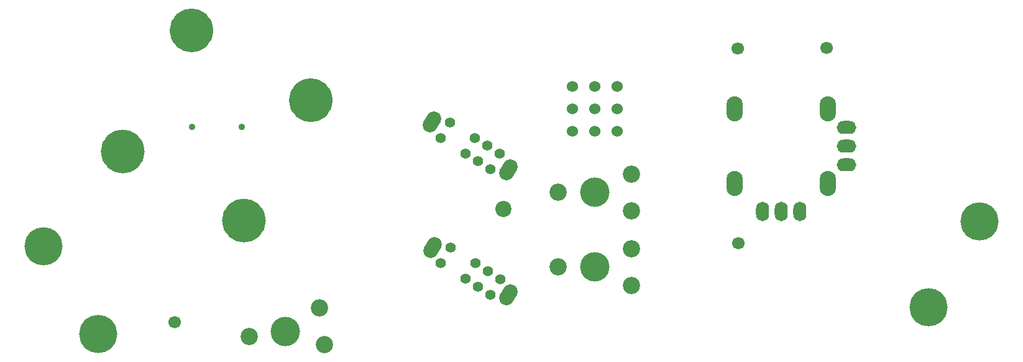
<source format=gbr>
%TF.GenerationSoftware,KiCad,Pcbnew,(6.99.0-2899-g66b8ecb467)*%
%TF.CreationDate,2022-08-21T04:15:40+02:00*%
%TF.ProjectId,Vectrex Pad miniNeoGeo-rounded-jlcpcb,56656374-7265-4782-9050-6164206d696e,1.3*%
%TF.SameCoordinates,Original*%
%TF.FileFunction,Soldermask,Bot*%
%TF.FilePolarity,Negative*%
%FSLAX46Y46*%
G04 Gerber Fmt 4.6, Leading zero omitted, Abs format (unit mm)*
G04 Created by KiCad (PCBNEW (6.99.0-2899-g66b8ecb467)) date 2022-08-21 04:15:40*
%MOMM*%
%LPD*%
G01*
G04 APERTURE LIST*
G04 Aperture macros list*
%AMHorizOval*
0 Thick line with rounded ends*
0 $1 width*
0 $2 $3 position (X,Y) of the first rounded end (center of the circle)*
0 $4 $5 position (X,Y) of the second rounded end (center of the circle)*
0 Add line between two ends*
20,1,$1,$2,$3,$4,$5,0*
0 Add two circle primitives to create the rounded ends*
1,1,$1,$2,$3*
1,1,$1,$4,$5*%
G04 Aperture macros list end*
%ADD10C,3.000000*%
%ADD11C,5.200000*%
%ADD12C,1.700000*%
%ADD13C,2.200000*%
%ADD14C,0.900000*%
%ADD15O,1.778000X2.667000*%
%ADD16O,2.222000X3.429000*%
%ADD17O,2.667000X1.778000*%
%ADD18C,4.000000*%
%ADD19C,2.340000*%
%ADD20C,1.400000*%
%ADD21HorizOval,2.000000X0.265699X0.423561X-0.265699X-0.423561X0*%
%ADD22C,1.524000*%
G04 APERTURE END LIST*
D10*
%TO.C,SW2*%
X118797200Y-86360000D02*
G75*
G03*
X118797200Y-86360000I-1500000J0D01*
G01*
%TO.C,SW3*%
X111659800Y-60477400D02*
G75*
G03*
X111659800Y-60477400I-1500000J0D01*
G01*
%TO.C,SW1*%
X127915800Y-69977000D02*
G75*
G03*
X127915800Y-69977000I-1500000J0D01*
G01*
%TO.C,SW4*%
X102287200Y-76962000D02*
G75*
G03*
X102287200Y-76962000I-1500000J0D01*
G01*
%TD*%
D11*
%TO.C,*%
X217540000Y-86510000D03*
%TD*%
%TO.C,*%
X210590000Y-98200000D03*
%TD*%
D12*
%TO.C,*%
X107860000Y-100190000D03*
%TD*%
D13*
%TO.C,*%
X152610000Y-84750000D03*
%TD*%
D12*
%TO.C,*%
X196660000Y-62890000D03*
%TD*%
D14*
%TO.C,SW7*%
X117030000Y-73570000D03*
X110230000Y-73570000D03*
%TD*%
D12*
%TO.C,*%
X184650000Y-89480000D03*
%TD*%
D11*
%TO.C,*%
X97420000Y-101840000D03*
%TD*%
D12*
%TO.C,*%
X184610000Y-62910000D03*
%TD*%
D11*
%TO.C,*%
X89990000Y-89870000D03*
%TD*%
D15*
%TO.C,VR1*%
X187959999Y-85089999D03*
X190499999Y-85089999D03*
X193039999Y-85089999D03*
D16*
X196849999Y-71119999D03*
X196849999Y-81279999D03*
X184149999Y-81279999D03*
X184149999Y-71119999D03*
D17*
X199389999Y-73659999D03*
X199389999Y-76199999D03*
X199389999Y-78739999D03*
%TD*%
D18*
%TO.C,RV1*%
X165100000Y-82525000D03*
D19*
X170100000Y-85025000D03*
X160100000Y-82525000D03*
X170100000Y-80025000D03*
%TD*%
D18*
%TO.C,RV2*%
X165100000Y-92685000D03*
D19*
X170100000Y-95185000D03*
X160100000Y-92685000D03*
X170100000Y-90185000D03*
%TD*%
D20*
%TO.C,SW6*%
X152199693Y-94317990D03*
X150505449Y-93255193D03*
X148811205Y-92192396D03*
X145422718Y-90066801D03*
X150871196Y-96435795D03*
X149176953Y-95372998D03*
X147482709Y-94310200D03*
X144094221Y-92184606D03*
D21*
X153314400Y-96492828D03*
X142979512Y-90009766D03*
%TD*%
D22*
%TO.C,J1*%
X162052000Y-71120000D03*
X165100000Y-68072000D03*
X162052000Y-68072000D03*
X165100000Y-71120000D03*
X168148000Y-71120000D03*
X168148000Y-68072000D03*
X162052000Y-74168000D03*
X165100000Y-74168000D03*
X168148000Y-74168000D03*
%TD*%
D20*
%TO.C,SW5*%
X152174272Y-77241184D03*
X150480028Y-76178387D03*
X148785784Y-75115590D03*
X145397297Y-72989995D03*
X150845775Y-79358989D03*
X149151532Y-78296192D03*
X147457288Y-77233394D03*
X144068800Y-75107800D03*
D21*
X153288979Y-79416022D03*
X142954091Y-72932960D03*
%TD*%
D18*
%TO.C,RV5*%
X122970727Y-101445795D03*
D19*
X128270000Y-103225600D03*
X118019387Y-102141661D03*
X127574134Y-98274260D03*
%TD*%
M02*

</source>
